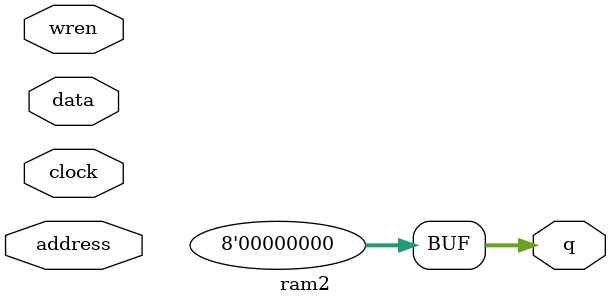
<source format=v>
module ram2(	// file.cleaned.mlir:2:3
  input  [9:0] address,	// file.cleaned.mlir:2:22
  input        clock,	// file.cleaned.mlir:2:41
  input  [7:0] data,	// file.cleaned.mlir:2:57
  input        wren,	// file.cleaned.mlir:2:72
  output [7:0] q	// file.cleaned.mlir:2:88
);

  assign q = 8'h0;	// file.cleaned.mlir:3:14, :4:5
endmodule


</source>
